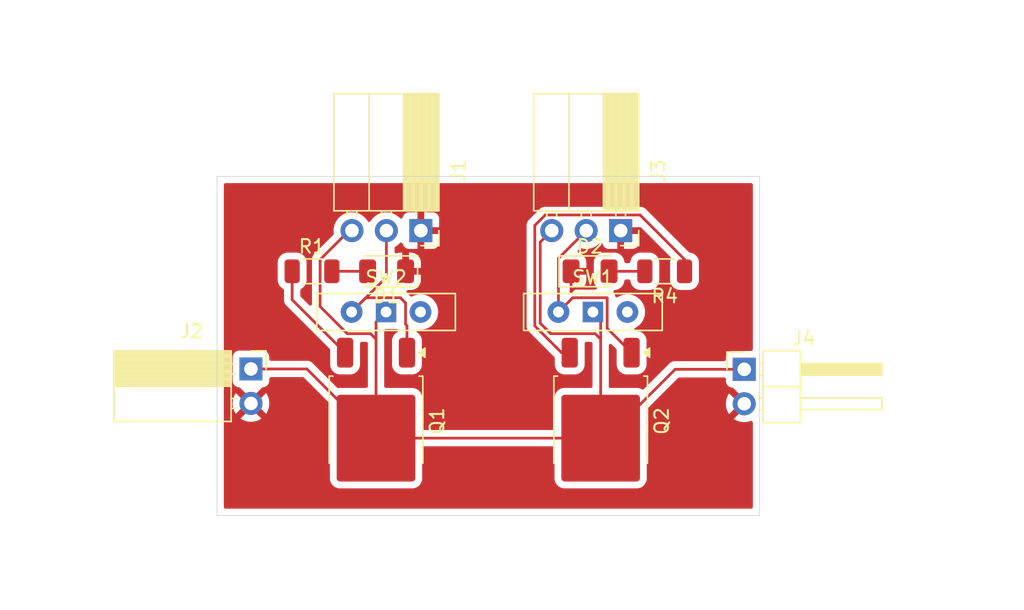
<source format=kicad_pcb>
(kicad_pcb (version 20241229) (generator "pcbnew") (generator_version "9.0")
  (layers (0 "F.Cu" signal) (2 "B.Cu" signal) (13 "F.Paste" user) (15 "B.Paste" user) (5 "F.SilkS" user "F.Silkscreen") (7 "B.SilkS" user "B.Silkscreen") (1 "F.Mask" user) (3 "B.Mask" user) (25 "Edge.Cuts" user))
  (net 0 "")
  (net 1 "GND")
  (net 2 "Net-(D1-A)")
  (net 3 "Net-(D2-A)")
  (net 4 "Net-(J1-Pin_2)")
  (net 5 "+5V")
  (net 6 "Net-(J3-Pin_2)")
  (net 7 "Net-(Q1-S)")
  (net 8 "Net-(Q2-S)")
  (footprint "Button_Switch_THT:SW_Slide-03_Wuerth-WS-SLTV_10x2.5x6.4_P2.54mm" (layer "F.Cu") (at 12.46 10)
    (property "Reference" "SW2" (at 0 -2.54 0) (layer "F.SilkS"))
    (property "Value" "SW_SPST")
    (fp_rect (start -5.11 -1.36) (end 5.11 1.36) (stroke (width 0.12)) (fill no) (layer "F.SilkS"))
    (pad "1" thru_hole rect (at 0 0) (size 1.5 1.5) (drill 0.8) (layers "*.Cu" "*.Mask") (net 5 "+5V"))
    (pad "2" thru_hole circle (at -2.54 0) (size 1.6 1.6) (drill 0.8) (layers "*.Cu" "*.Mask") (net 4 "Net-(J1-Pin_2)"))
    (pad "3" thru_hole circle (at 2.54 0) (size 1.6 1.6) (drill 0.8) (layers "*.Cu" "*.Mask"))
  )
  (footprint "Resistor_SMD:R_1206_3216Metric" (layer "F.Cu") (at 7 7)
    (property "Reference" "R1" (at 0 -1.83 0) (layer "F.SilkS"))
    (property "Value" "R")
    (fp_line (start -0.727064 -0.91) (end 0.727064 -0.91) (stroke (width 0.12)) (layer "F.SilkS"))
    (fp_line (start -0.727064 0.91) (end 0.727064 0.91) (stroke (width 0.12)) (layer "F.SilkS"))
    (pad "1" smd roundrect (at -1.4625 0) (size 1.125 1.75) (layers "F.Cu" "F.Mask" "F.Paste") (roundrect_rratio 0.222222) (net 7 "Net-(Q1-S)"))
    (pad "2" smd roundrect (at 1.4625 0) (size 1.125 1.75) (layers "F.Cu" "F.Mask" "F.Paste") (roundrect_rratio 0.222222) (net 2 "Net-(D1-A)"))
  )
  (footprint "Connector_PinHeader_2.54mm:PinHeader_1x02_P2.54mm_Horizontal" (layer "F.Cu") (at 38.865 14.225)
    (property "Reference" "J4" (at 4.385 -2.27 0) (layer "F.SilkS"))
    (property "Value" "Conn_01x02")
    (fp_line (start -1.27 -1.27) (end 0 -1.27) (stroke (width 0.12)) (layer "F.SilkS"))
    (fp_line (start -1.27 0) (end -1.27 -1.27) (stroke (width 0.12)) (layer "F.SilkS"))
    (fp_line (start 1.077358 2.11) (end 1.39 2.11) (stroke (width 0.12)) (layer "F.SilkS"))
    (fp_line (start 1.077358 2.97) (end 1.39 2.97) (stroke (width 0.12)) (layer "F.SilkS"))
    (fp_line (start 1.16 -0.43) (end 1.39 -0.43) (stroke (width 0.12)) (layer "F.SilkS"))
    (fp_line (start 1.16 0.43) (end 1.39 0.43) (stroke (width 0.12)) (layer "F.SilkS"))
    (fp_line (start 1.39 -1.38) (end 1.39 3.92) (stroke (width 0.12)) (layer "F.SilkS"))
    (fp_line (start 1.39 1.27) (end 4.15 1.27) (stroke (width 0.12)) (layer "F.SilkS"))
    (fp_line (start 1.39 3.92) (end 4.15 3.92) (stroke (width 0.12)) (layer "F.SilkS"))
    (fp_line (start 4.15 -1.38) (end 1.39 -1.38) (stroke (width 0.12)) (layer "F.SilkS"))
    (fp_line (start 4.15 2.11) (end 10.15 2.11) (stroke (width 0.12)) (layer "F.SilkS"))
    (fp_line (start 4.15 3.92) (end 4.15 -1.38) (stroke (width 0.12)) (layer "F.SilkS"))
    (fp_line (start 10.15 2.11) (end 10.15 2.97) (stroke (width 0.12)) (layer "F.SilkS"))
    (fp_line (start 10.15 2.97) (end 4.15 2.97) (stroke (width 0.12)) (layer "F.SilkS"))
    (fp_rect (start 4.15 -0.43) (end 10.15 0.43) (stroke (width 0.12)) (fill yes) (layer "F.SilkS"))
    (pad "1" thru_hole rect (at 0 0) (size 1.7 1.7) (drill 1) (layers "*.Cu" "*.Mask") (net 5 "+5V"))
    (pad "2" thru_hole circle (at 0 2.54) (size 1.7 1.7) (drill 1) (layers "*.Cu" "*.Mask") (net 1 "GND"))
  )
  (footprint "LED_SMD:LED_1206_3216Metric" (layer "F.Cu") (at 12.5 7 180)
    (property "Reference" "D1" (at 0 -1.83 0) (layer "F.SilkS"))
    (property "Value" "LED")
    (fp_line (start 1.6 -1.135) (end -2.285 -1.135) (stroke (width 0.12)) (layer "F.SilkS"))
    (fp_line (start -2.285 1.135) (end 1.6 1.135) (stroke (width 0.12)) (layer "F.SilkS"))
    (fp_line (start -2.285 -1.135) (end -2.285 1.135) (stroke (width 0.12)) (layer "F.SilkS"))
    (pad "1" smd roundrect (at -1.4 0 180) (size 1.25 1.75) (layers "F.Cu" "F.Mask" "F.Paste") (roundrect_rratio 0.2) (net 1 "GND"))
    (pad "2" smd roundrect (at 1.4 0 180) (size 1.25 1.75) (layers "F.Cu" "F.Mask" "F.Paste") (roundrect_rratio 0.2) (net 2 "Net-(D1-A)"))
  )
  (footprint "Connector_PinSocket_2.54mm:PinSocket_1x03_P2.54mm_Horizontal" (layer "F.Cu") (at 29.755 4 -90)
    (property "Reference" "J3" (at -4.38 -2.77 90) (layer "F.SilkS"))
    (property "Value" "Conn_01x03")
    (fp_line (start -10.09 6.41) (end -1.46 6.41) (stroke (width 0.12)) (layer "F.SilkS"))
    (fp_line (start -1.46 5.44) (end -1.05 5.44) (stroke (width 0.12)) (layer "F.SilkS"))
    (fp_line (start -1.46 4.72) (end -1.05 4.72) (stroke (width 0.12)) (layer "F.SilkS"))
    (fp_line (start -10.09 3.81) (end -1.46 3.81) (stroke (width 0.12)) (layer "F.SilkS"))
    (fp_line (start -1.46 2.9) (end -1.05 2.9) (stroke (width 0.12)) (layer "F.SilkS"))
    (fp_line (start -1.46 2.18) (end -1.05 2.18) (stroke (width 0.12)) (layer "F.SilkS"))
    (fp_line (start -10.09 1.27) (end -1.46 1.27) (stroke (width 0.12)) (layer "F.SilkS"))
    (fp_line (start -10.09 1.1519) (end -1.46 1.1519) (stroke (width 0.12)) (layer "F.SilkS"))
    (fp_line (start -10.09 1.033805) (end -1.46 1.033805) (stroke (width 0.12)) (layer "F.SilkS"))
    (fp_line (start -10.09 0.91571) (end -1.46 0.91571) (stroke (width 0.12)) (layer "F.SilkS"))
    (fp_line (start -10.09 0.797615) (end -1.46 0.797615) (stroke (width 0.12)) (layer "F.SilkS"))
    (fp_line (start -10.09 0.67952) (end -1.46 0.67952) (stroke (width 0.12)) (layer "F.SilkS"))
    (fp_line (start -10.09 0.561425) (end -1.46 0.561425) (stroke (width 0.12)) (layer "F.SilkS"))
    (fp_line (start -10.09 0.44333) (end -1.46 0.44333) (stroke (width 0.12)) (layer "F.SilkS"))
    (fp_line (start -1.46 0.36) (end -1.11 0.36) (stroke (width 0.12)) (layer "F.SilkS"))
    (fp_line (start -10.09 0.325235) (end -1.46 0.325235) (stroke (width 0.12)) (layer "F.SilkS"))
    (fp_line (start -10.09 0.20714) (end -1.46 0.20714) (stroke (width 0.12)) (layer "F.SilkS"))
    (fp_line (start -10.09 0.089045) (end -1.46 0.089045) (stroke (width 0.12)) (layer "F.SilkS"))
    (fp_line (start -10.09 -0.02905) (end -1.46 -0.02905) (stroke (width 0.12)) (layer "F.SilkS"))
    (fp_line (start -10.09 -0.147145) (end -1.46 -0.147145) (stroke (width 0.12)) (layer "F.SilkS"))
    (fp_line (start -10.09 -0.26524) (end -1.46 -0.26524) (stroke (width 0.12)) (layer "F.SilkS"))
    (fp_line (start -1.46 -0.36) (end -1.11 -0.36) (stroke (width 0.12)) (layer "F.SilkS"))
    (fp_line (start -10.09 -0.383335) (end -1.46 -0.383335) (stroke (width 0.12)) (layer "F.SilkS"))
    (fp_line (start -10.09 -0.50143) (end -1.46 -0.50143) (stroke (width 0.12)) (layer "F.SilkS"))
    (fp_line (start -10.09 -0.619525) (end -1.46 -0.619525) (stroke (width 0.12)) (layer "F.SilkS"))
    (fp_line (start -10.09 -0.73762) (end -1.46 -0.73762) (stroke (width 0.12)) (layer "F.SilkS"))
    (fp_line (start -10.09 -0.855715) (end -1.46 -0.855715) (stroke (width 0.12)) (layer "F.SilkS"))
    (fp_line (start -10.09 -0.97381) (end -1.46 -0.97381) (stroke (width 0.12)) (layer "F.SilkS"))
    (fp_line (start -10.09 -1.091905) (end -1.46 -1.091905) (stroke (width 0.12)) (layer "F.SilkS"))
    (fp_line (start -10.09 -1.21) (end -1.46 -1.21) (stroke (width 0.12)) (layer "F.SilkS"))
    (fp_line (start -10.09 -1.33) (end -10.09 6.41) (stroke (width 0.12)) (layer "F.SilkS"))
    (fp_line (start -10.09 -1.33) (end -1.46 -1.33) (stroke (width 0.12)) (layer "F.SilkS"))
    (fp_line (start -1.46 -1.33) (end -1.46 6.41) (stroke (width 0.12)) (layer "F.SilkS"))
    (fp_line (start 0 -1.33) (end 1.11 -1.33) (stroke (width 0.12)) (layer "F.SilkS"))
    (fp_line (start 1.11 -1.33) (end 1.11 0) (stroke (width 0.12)) (layer "F.SilkS"))
    (pad "1" thru_hole rect (at 0 0 270) (size 1.7 1.7) (drill 1) (layers "*.Cu" "*.Mask") (net 1 "GND"))
    (pad "2" thru_hole circle (at 0 2.54 270) (size 1.7 1.7) (drill 1) (layers "*.Cu" "*.Mask") (net 6 "Net-(J3-Pin_2)"))
    (pad "3" thru_hole circle (at 0 5.08 270) (size 1.7 1.7) (drill 1) (layers "*.Cu" "*.Mask") (net 5 "+5V"))
  )
  (footprint "Package_TO_SOT_SMD:TO-252-2" (layer "F.Cu") (at 28.28 18.04 -90)
    (property "Reference" "Q2" (at 0 -4.5 90) (layer "F.SilkS"))
    (property "Value" "QM6006D")
    (fp_line (start -3.31 3.45) (end -3.31 3.18) (stroke (width 0.12)) (layer "F.SilkS"))
    (fp_line (start 3.11 3.45) (end -3.31 3.45) (stroke (width 0.12)) (layer "F.SilkS"))
    (fp_line (start -3.31 -3.45) (end -3.31 -3.18) (stroke (width 0.12)) (layer "F.SilkS"))
    (fp_line (start 3.11 -3.45) (end -3.31 -3.45) (stroke (width 0.12)) (layer "F.SilkS"))
    (fp_poly (pts (xy -5.04 -3.14) (xy -5.38 -3.61) (xy -4.7 -3.61)) (stroke (width 0.12)) (fill yes) (layer "F.SilkS"))
    (pad "1" smd roundrect (at -5.04 -2.28 270) (size 2.2 1.2) (layers "F.Cu" "F.Mask" "F.Paste") (roundrect_rratio 0.208333) (net 6 "Net-(J3-Pin_2)"))
    (pad "2" smd roundrect (at 1.26 0 270) (size 6.4 5.8) (layers "F.Cu" "F.Mask") (roundrect_rratio 0.043103) (net 5 "+5V"))
    (pad "3" smd roundrect (at -5.04 2.28 270) (size 2.2 1.2) (layers "F.Cu" "F.Mask" "F.Paste") (roundrect_rratio 0.208333) (net 8 "Net-(Q2-S)"))
  )
  (footprint "Package_TO_SOT_SMD:TO-252-2" (layer "F.Cu") (at 11.72 18.04 -90)
    (property "Reference" "Q1" (at 0 -4.5 90) (layer "F.SilkS"))
    (property "Value" "QM6006D")
    (fp_line (start -3.31 3.45) (end -3.31 3.18) (stroke (width 0.12)) (layer "F.SilkS"))
    (fp_line (start 3.11 3.45) (end -3.31 3.45) (stroke (width 0.12)) (layer "F.SilkS"))
    (fp_line (start -3.31 -3.45) (end -3.31 -3.18) (stroke (width 0.12)) (layer "F.SilkS"))
    (fp_line (start 3.11 -3.45) (end -3.31 -3.45) (stroke (width 0.12)) (layer "F.SilkS"))
    (fp_poly (pts (xy -5.04 -3.14) (xy -5.38 -3.61) (xy -4.7 -3.61)) (stroke (width 0.12)) (fill yes) (layer "F.SilkS"))
    (pad "1" smd roundrect (at -5.04 -2.28 270) (size 2.2 1.2) (layers "F.Cu" "F.Mask" "F.Paste") (roundrect_rratio 0.208333) (net 4 "Net-(J1-Pin_2)"))
    (pad "2" smd roundrect (at 1.26 0 270) (size 6.4 5.8) (layers "F.Cu" "F.Mask") (roundrect_rratio 0.043103) (net 5 "+5V"))
    (pad "3" smd roundrect (at -5.04 2.28 270) (size 2.2 1.2) (layers "F.Cu" "F.Mask" "F.Paste") (roundrect_rratio 0.208333) (net 7 "Net-(Q1-S)"))
  )
  (footprint "LED_SMD:LED_1206_3216Metric" (layer "F.Cu") (at 27.5 7)
    (property "Reference" "D2" (at 0 -1.83 0) (layer "F.SilkS"))
    (property "Value" "LED")
    (fp_line (start -2.285 -1.135) (end -2.285 1.135) (stroke (width 0.12)) (layer "F.SilkS"))
    (fp_line (start -2.285 1.135) (end 1.6 1.135) (stroke (width 0.12)) (layer "F.SilkS"))
    (fp_line (start 1.6 -1.135) (end -2.285 -1.135) (stroke (width 0.12)) (layer "F.SilkS"))
    (pad "1" smd roundrect (at -1.4 0) (size 1.25 1.75) (layers "F.Cu" "F.Mask" "F.Paste") (roundrect_rratio 0.2) (net 1 "GND"))
    (pad "2" smd roundrect (at 1.4 0) (size 1.25 1.75) (layers "F.Cu" "F.Mask" "F.Paste") (roundrect_rratio 0.2) (net 3 "Net-(D2-A)"))
  )
  (footprint "Connector_PinSocket_2.54mm:PinSocket_1x02_P2.54mm_Horizontal" (layer "F.Cu") (at 2.5 14.2)
    (property "Reference" "J2" (at -4.38 -2.77 0) (layer "F.SilkS"))
    (property "Value" "Conn_01x02")
    (fp_line (start -10.09 -1.33) (end -10.09 3.87) (stroke (width 0.12)) (layer "F.SilkS"))
    (fp_line (start -10.09 -1.33) (end -1.46 -1.33) (stroke (width 0.12)) (layer "F.SilkS"))
    (fp_line (start -10.09 -1.21) (end -1.46 -1.21) (stroke (width 0.12)) (layer "F.SilkS"))
    (fp_line (start -10.09 -1.091905) (end -1.46 -1.091905) (stroke (width 0.12)) (layer "F.SilkS"))
    (fp_line (start -10.09 -0.97381) (end -1.46 -0.97381) (stroke (width 0.12)) (layer "F.SilkS"))
    (fp_line (start -10.09 -0.855715) (end -1.46 -0.855715) (stroke (width 0.12)) (layer "F.SilkS"))
    (fp_line (start -10.09 -0.73762) (end -1.46 -0.73762) (stroke (width 0.12)) (layer "F.SilkS"))
    (fp_line (start -10.09 -0.619525) (end -1.46 -0.619525) (stroke (width 0.12)) (layer "F.SilkS"))
    (fp_line (start -10.09 -0.50143) (end -1.46 -0.50143) (stroke (width 0.12)) (layer "F.SilkS"))
    (fp_line (start -10.09 -0.383335) (end -1.46 -0.383335) (stroke (width 0.12)) (layer "F.SilkS"))
    (fp_line (start -10.09 -0.26524) (end -1.46 -0.26524) (stroke (width 0.12)) (layer "F.SilkS"))
    (fp_line (start -10.09 -0.147145) (end -1.46 -0.147145) (stroke (width 0.12)) (layer "F.SilkS"))
    (fp_line (start -10.09 -0.02905) (end -1.46 -0.02905) (stroke (width 0.12)) (layer "F.SilkS"))
    (fp_line (start -10.09 0.089045) (end -1.46 0.089045) (stroke (width 0.12)) (layer "F.SilkS"))
    (fp_line (start -10.09 0.20714) (end -1.46 0.20714) (stroke (width 0.12)) (layer "F.SilkS"))
    (fp_line (start -10.09 0.325235) (end -1.46 0.325235) (stroke (width 0.12)) (layer "F.SilkS"))
    (fp_line (start -10.09 0.44333) (end -1.46 0.44333) (stroke (width 0.12)) (layer "F.SilkS"))
    (fp_line (start -10.09 0.561425) (end -1.46 0.561425) (stroke (width 0.12)) (layer "F.SilkS"))
    (fp_line (start -10.09 0.67952) (end -1.46 0.67952) (stroke (width 0.12)) (layer "F.SilkS"))
    (fp_line (start -10.09 0.797615) (end -1.46 0.797615) (stroke (width 0.12)) (layer "F.SilkS"))
    (fp_line (start -10.09 0.91571) (end -1.46 0.91571) (stroke (width 0.12)) (layer "F.SilkS"))
    (fp_line (start -10.09 1.033805) (end -1.46 1.033805) (stroke (width 0.12)) (layer "F.SilkS"))
    (fp_line (start -10.09 1.1519) (end -1.46 1.1519) (stroke (width 0.12)) (layer "F.SilkS"))
    (fp_line (start -10.09 1.27) (end -1.46 1.27) (stroke (width 0.12)) (layer "F.SilkS"))
    (fp_line (start -10.09 3.87) (end -1.46 3.87) (stroke (width 0.12)) (layer "F.SilkS"))
    (fp_line (start -1.46 -1.33) (end -1.46 3.87) (stroke (width 0.12)) (layer "F.SilkS"))
    (fp_line (start -1.46 -0.36) (end -1.11 -0.36) (stroke (width 0.12)) (layer "F.SilkS"))
    (fp_line (start -1.46 0.36) (end -1.11 0.36) (stroke (width 0.12)) (layer "F.SilkS"))
    (fp_line (start -1.46 2.18) (end -1.05 2.18) (stroke (width 0.12)) (layer "F.SilkS"))
    (fp_line (start -1.46 2.9) (end -1.05 2.9) (stroke (width 0.12)) (layer "F.SilkS"))
    (fp_line (start 0 -1.33) (end 1.11 -1.33) (stroke (width 0.12)) (layer "F.SilkS"))
    (fp_line (start 1.11 -1.33) (end 1.11 0) (stroke (width 0.12)) (layer "F.SilkS"))
    (pad "1" thru_hole rect (at 0 0) (size 1.7 1.7) (drill 1) (layers "*.Cu" "*.Mask") (net 5 "+5V"))
    (pad "2" thru_hole circle (at 0 2.54) (size 1.7 1.7) (drill 1) (layers "*.Cu" "*.Mask") (net 1 "GND"))
  )
  (footprint "Resistor_SMD:R_1206_3216Metric" (layer "F.Cu") (at 33 7 180)
    (property "Reference" "R4" (at 0 -1.83 0) (layer "F.SilkS"))
    (property "Value" "R")
    (fp_line (start -0.727064 0.91) (end 0.727064 0.91) (stroke (width 0.12)) (layer "F.SilkS"))
    (fp_line (start -0.727064 -0.91) (end 0.727064 -0.91) (stroke (width 0.12)) (layer "F.SilkS"))
    (pad "1" smd roundrect (at -1.4625 0 180) (size 1.125 1.75) (layers "F.Cu" "F.Mask" "F.Paste") (roundrect_rratio 0.222222) (net 8 "Net-(Q2-S)"))
    (pad "2" smd roundrect (at 1.4625 0 180) (size 1.125 1.75) (layers "F.Cu" "F.Mask" "F.Paste") (roundrect_rratio 0.222222) (net 3 "Net-(D2-A)"))
  )
  (footprint "Button_Switch_THT:SW_Slide-03_Wuerth-WS-SLTV_10x2.5x6.4_P2.54mm" (layer "F.Cu") (at 27.71 10)
    (property "Reference" "SW1" (at 0 -2.54 0) (layer "F.SilkS"))
    (property "Value" "SW_SPST")
    (fp_rect (start -5.11 -1.36) (end 5.11 1.36) (stroke (width 0.12)) (fill no) (layer "F.SilkS"))
    (pad "1" thru_hole rect (at 0 0) (size 1.5 1.5) (drill 0.8) (layers "*.Cu" "*.Mask") (net 5 "+5V"))
    (pad "2" thru_hole circle (at -2.54 0) (size 1.6 1.6) (drill 0.8) (layers "*.Cu" "*.Mask") (net 6 "Net-(J3-Pin_2)"))
    (pad "3" thru_hole circle (at 2.54 0) (size 1.6 1.6) (drill 0.8) (layers "*.Cu" "*.Mask"))
  )
  (footprint "Connector_PinSocket_2.54mm:PinSocket_1x03_P2.54mm_Horizontal" (layer "F.Cu") (at 15.025 4 -90)
    (property "Reference" "J1" (at -4.38 -2.77 90) (layer "F.SilkS"))
    (property "Value" "Conn_01x03")
    (fp_line (start -10.09 6.41) (end -1.46 6.41) (stroke (width 0.12)) (layer "F.SilkS"))
    (fp_line (start -1.46 5.44) (end -1.05 5.44) (stroke (width 0.12)) (layer "F.SilkS"))
    (fp_line (start -1.46 4.72) (end -1.05 4.72) (stroke (width 0.12)) (layer "F.SilkS"))
    (fp_line (start -10.09 3.81) (end -1.46 3.81) (stroke (width 0.12)) (layer "F.SilkS"))
    (fp_line (start -1.46 2.9) (end -1.05 2.9) (stroke (width 0.12)) (layer "F.SilkS"))
    (fp_line (start -1.46 2.18) (end -1.05 2.18) (stroke (width 0.12)) (layer "F.SilkS"))
    (fp_line (start -10.09 1.27) (end -1.46 1.27) (stroke (width 0.12)) (layer "F.SilkS"))
    (fp_line (start -10.09 1.1519) (end -1.46 1.1519) (stroke (width 0.12)) (layer "F.SilkS"))
    (fp_line (start -10.09 1.033805) (end -1.46 1.033805) (stroke (width 0.12)) (layer "F.SilkS"))
    (fp_line (start -10.09 0.91571) (end -1.46 0.91571) (stroke (width 0.12)) (layer "F.SilkS"))
    (fp_line (start -10.09 0.797615) (end -1.46 0.797615) (stroke (width 0.12)) (layer "F.SilkS"))
    (fp_line (start -10.09 0.67952) (end -1.46 0.67952) (stroke (width 0.12)) (layer "F.SilkS"))
    (fp_line (start -10.09 0.561425) (end -1.46 0.561425) (stroke (width 0.12)) (layer "F.SilkS"))
    (fp_line (start -10.09 0.44333) (end -1.46 0.44333) (stroke (width 0.12)) (layer "F.SilkS"))
    (fp_line (start -1.46 0.36) (end -1.11 0.36) (stroke (width 0.12)) (layer "F.SilkS"))
    (fp_line (start -10.09 0.325235) (end -1.46 0.325235) (stroke (width 0.12)) (layer "F.SilkS"))
    (fp_line (start -10.09 0.20714) (end -1.46 0.20714) (stroke (width 0.12)) (layer "F.SilkS"))
    (fp_line (start -10.09 0.089045) (end -1.46 0.089045) (stroke (width 0.12)) (layer "F.SilkS"))
    (fp_line (start -10.09 -0.02905) (end -1.46 -0.02905) (stroke (width 0.12)) (layer "F.SilkS"))
    (fp_line (start -10.09 -0.147145) (end -1.46 -0.147145) (stroke (width 0.12)) (layer "F.SilkS"))
    (fp_line (start -10.09 -0.26524) (end -1.46 -0.26524) (stroke (width 0.12)) (layer "F.SilkS"))
    (fp_line (start -1.46 -0.36) (end -1.11 -0.36) (stroke (width 0.12)) (layer "F.SilkS"))
    (fp_line (start -10.09 -0.383335) (end -1.46 -0.383335) (stroke (width 0.12)) (layer "F.SilkS"))
    (fp_line (start -10.09 -0.50143) (end -1.46 -0.50143) (stroke (width 0.12)) (layer "F.SilkS"))
    (fp_line (start -10.09 -0.619525) (end -1.46 -0.619525) (stroke (width 0.12)) (layer "F.SilkS"))
    (fp_line (start -10.09 -0.73762) (end -1.46 -0.73762) (stroke (width 0.12)) (layer "F.SilkS"))
    (fp_line (start -10.09 -0.855715) (end -1.46 -0.855715) (stroke (width 0.12)) (layer "F.SilkS"))
    (fp_line (start -10.09 -0.97381) (end -1.46 -0.97381) (stroke (width 0.12)) (layer "F.SilkS"))
    (fp_line (start -10.09 -1.091905) (end -1.46 -1.091905) (stroke (width 0.12)) (layer "F.SilkS"))
    (fp_line (start -10.09 -1.21) (end -1.46 -1.21) (stroke (width 0.12)) (layer "F.SilkS"))
    (fp_line (start -10.09 -1.33) (end -10.09 6.41) (stroke (width 0.12)) (layer "F.SilkS"))
    (fp_line (start -10.09 -1.33) (end -1.46 -1.33) (stroke (width 0.12)) (layer "F.SilkS"))
    (fp_line (start -1.46 -1.33) (end -1.46 6.41) (stroke (width 0.12)) (layer "F.SilkS"))
    (fp_line (start 0 -1.33) (end 1.11 -1.33) (stroke (width 0.12)) (layer "F.SilkS"))
    (fp_line (start 1.11 -1.33) (end 1.11 0) (stroke (width 0.12)) (layer "F.SilkS"))
    (pad "1" thru_hole rect (at 0 0 270) (size 1.7 1.7) (drill 1) (layers "*.Cu" "*.Mask") (net 1 "GND"))
    (pad "2" thru_hole circle (at 0 2.54 270) (size 1.7 1.7) (drill 1) (layers "*.Cu" "*.Mask") (net 4 "Net-(J1-Pin_2)"))
    (pad "3" thru_hole circle (at 0 5.08 270) (size 1.7 1.7) (drill 1) (layers "*.Cu" "*.Mask") (net 5 "+5V"))
  )
  (gr_rect (start 0 0) (end 40 25) (stroke (width 0.05)) (fill no) (layer "Edge.Cuts"))
  (segment (start 26.1 7) (end 26.1 8.5029) (width 0.2) (layer "F.Cu") (net 1))
  (segment (start 26.3529 8.25) (end 27.5 8.25) (width 0.2) (layer "F.Cu") (net 1))
  (segment (start 26.1 8.5029) (end 26.3529 8.25) (width 0.2) (layer "F.Cu") (net 1))
  (segment (start 8.4625 7) (end 11.1 7) (width 0.2) (layer "F.Cu") (net 2))
  (segment (start 28.9 7) (end 31.5375 7) (width 0.2) (layer "F.Cu") (net 3))
  (segment (start 9.92 10) (end 10.971 8.949) (width 0.2) (layer "F.Cu") (net 4))
  (segment (start 10.971 8.949) (end 13.511 8.949) (width 0.2) (layer "F.Cu") (net 4))
  (segment (start 9.92 10) (end 12.485 7.435) (width 0.2) (layer "F.Cu") (net 4))
  (segment (start 13.511 8.949) (end 13.899 9.337) (width 0.2) (layer "F.Cu") (net 4))
  (segment (start 12.485 7.435) (end 12.485 4) (width 0.2) (layer "F.Cu") (net 4))
  (segment (start 13.899 10.899) (end 14 11) (width 0.2) (layer "F.Cu") (net 4))
  (segment (start 14 11) (end 14 13) (width 0.2) (layer "F.Cu") (net 4))
  (segment (start 13.899 9.337) (end 13.899 10.899) (width 0.2) (layer "F.Cu") (net 4))
  (segment (start 33.775 14.225) (end 38.865 14.225) (width 0.2) (layer "F.Cu") (net 5))
  (segment (start 9.599 11.599) (end 11.319 11.599) (width 0.2) (layer "F.Cu") (net 5))
  (segment (start 7.599 6.13984) (end 7.599 9.599) (width 0.2) (layer "F.Cu") (net 5))
  (segment (start 28.28 19.3) (end 28.28 12) (width 0.2) (layer "F.Cu") (net 5))
  (segment (start 28.28 19.3) (end 28.7 19.3) (width 0.2) (layer "F.Cu") (net 5))
  (segment (start 11.72 19.3) (end 28.28 19.3) (width 0.2) (layer "F.Cu") (net 5))
  (segment (start 28.28 12) (end 28.28 10.57) (width 0.2) (layer "F.Cu") (net 5))
  (segment (start 11.72 19.3) (end 6.62 14.2) (width 0.2) (layer "F.Cu") (net 5))
  (segment (start 11.72 10.74) (end 12.46 10) (width 0.2) (layer "F.Cu") (net 5))
  (segment (start 7.599 9.599) (end 9.599 11.599) (width 0.2) (layer "F.Cu") (net 5))
  (segment (start 24.599 11.599) (end 27.879 11.599) (width 0.2) (layer "F.Cu") (net 5))
  (segment (start 6.62 14.2) (end 2.5 14.2) (width 0.2) (layer "F.Cu") (net 5))
  (segment (start 9.73884 4) (end 7.599 6.13984) (width 0.2) (layer "F.Cu") (net 5))
  (segment (start 11.72 19.3) (end 11.72 12) (width 0.2) (layer "F.Cu") (net 5))
  (segment (start 11.72 12) (end 11.72 10.74) (width 0.2) (layer "F.Cu") (net 5))
  (segment (start 28.28 10.57) (end 27.71 10) (width 0.2) (layer "F.Cu") (net 5))
  (segment (start 24.675 4) (end 23.825 4.85) (width 0.2) (layer "F.Cu") (net 5))
  (segment (start 23.825 10.825) (end 24.599 11.599) (width 0.2) (layer "F.Cu") (net 5))
  (segment (start 9.945 4) (end 9.73884 4) (width 0.2) (layer "F.Cu") (net 5))
  (segment (start 28.7 19.3) (end 33.775 14.225) (width 0.2) (layer "F.Cu") (net 5))
  (segment (start 27.879 11.599) (end 28.28 12) (width 0.2) (layer "F.Cu") (net 5))
  (segment (start 23.825 4.85) (end 23.825 10.825) (width 0.2) (layer "F.Cu") (net 5))
  (segment (start 11.319 11.599) (end 11.72 12) (width 0.2) (layer "F.Cu") (net 5))
  (segment (start 26.221 8.949) (end 25.17 10) (width 0.2) (layer "F.Cu") (net 6))
  (segment (start 25.17 6.045) (end 27.215 4) (width 0.2) (layer "F.Cu") (net 6))
  (segment (start 30.56 13) (end 28.761 11.201) (width 0.2) (layer "F.Cu") (net 6))
  (segment (start 28.761 11.201) (end 28.761 8.949) (width 0.2) (layer "F.Cu") (net 6))
  (segment (start 28.761 8.949) (end 26.221 8.949) (width 0.2) (layer "F.Cu") (net 6))
  (segment (start 25.17 10) (end 25.17 6.045) (width 0.2) (layer "F.Cu") (net 6))
  (segment (start 5.5375 7) (end 5.5375 9.0975) (width 0.2) (layer "F.Cu") (net 7))
  (segment (start 5.5375 9.0975) (end 9.44 13) (width 0.2) (layer "F.Cu") (net 7))
  (segment (start 34.4625 6.125) (end 31.1865 2.849) (width 0.2) (layer "F.Cu") (net 8))
  (segment (start 25.4 13) (end 26 13) (width 0.2) (layer "F.Cu") (net 8))
  (segment (start 31.1865 2.849) (end 24.19824 2.849) (width 0.2) (layer "F.Cu") (net 8))
  (segment (start 23.424 3.62324) (end 23.424 11.024) (width 0.2) (layer "F.Cu") (net 8))
  (segment (start 23.424 11.024) (end 25.4 13) (width 0.2) (layer "F.Cu") (net 8))
  (segment (start 24.19824 2.849) (end 23.424 3.62324) (width 0.2) (layer "F.Cu") (net 8))
  (segment (start 34.4625 7) (end 34.4625 6.125) (width 0.2) (layer "F.Cu") (net 8))
  (zone (net 1) (net_name "GND") (layer "F.Cu") (connect_pads (clearance 0.5)) (min_thickness 0.25) (fill yes (thermal_gap 0.5) (thermal_bridge_width 0.5))
    (polygon (pts (xy 58 -11.5) (xy 59.5 32) (xy -16 28.5) (xy -15.5 -13)))
  )
)
</source>
